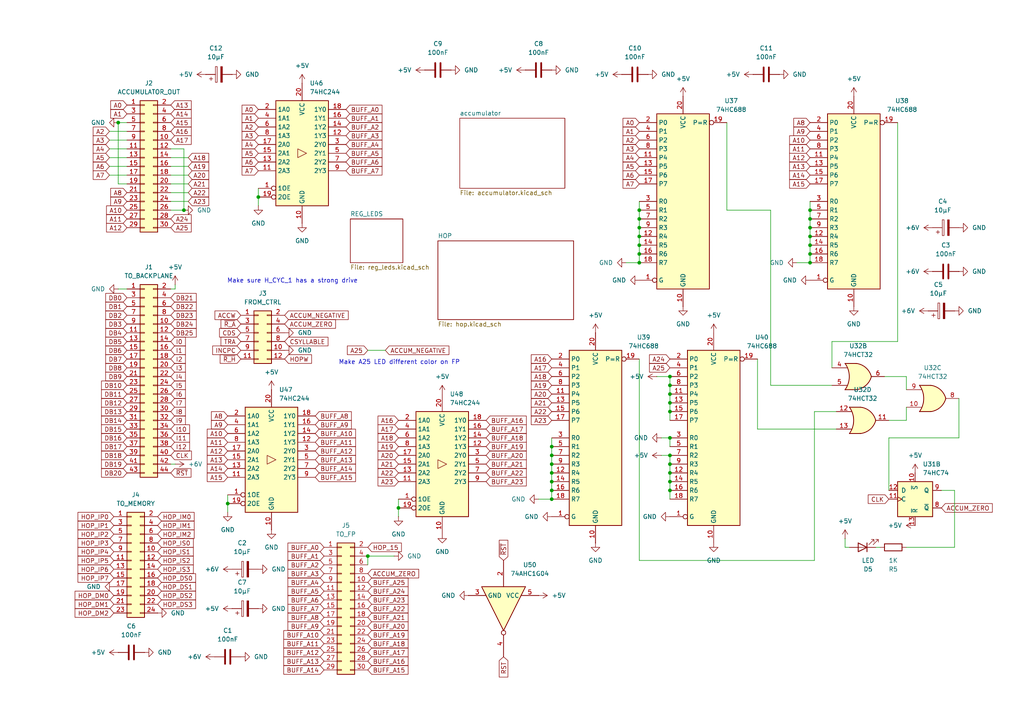
<source format=kicad_sch>
(kicad_sch (version 20250114) (generator "eeschema") (generator_version "9.0")
  (paper "A4")
  (text "Make A25 LED different color on FP" (at 115.824 105.156 0) (effects (font (size 1.27 1.27))))
  (text "Make sure H_CYC_1 has a strong drive" (at 84.836 81.534 0) (effects (font (size 1.27 1.27))))
  (junction (at 185.42 73.66))
  (junction (at 115.57 147.32))
  (junction (at 185.42 63.5))
  (junction (at 234.95 63.5))
  (junction (at 194.31 139.7))
  (junction (at 194.31 137.16))
  (junction (at 106.68 161.29))
  (junction (at 234.95 68.58))
  (junction (at 194.31 142.24))
  (junction (at 160.02 134.62))
  (junction (at 74.93 57.15))
  (junction (at 194.31 127))
  (junction (at 194.31 116.84))
  (junction (at 160.02 142.24))
  (junction (at 160.02 132.08))
  (junction (at 194.31 134.62))
  (junction (at 185.42 76.2))
  (junction (at 234.95 73.66))
  (junction (at 234.95 76.2))
  (junction (at 194.31 132.08))
  (junction (at 194.31 114.3))
  (junction (at 194.31 119.38))
  (junction (at 234.95 60.96))
  (junction (at 194.31 109.22))
  (junction (at 160.02 129.54))
  (junction (at 234.95 66.04))
  (junction (at 34.29 35.56))
  (junction (at 194.31 111.76))
  (junction (at 160.02 137.16))
  (junction (at 185.42 68.58))
  (junction (at 234.95 71.12))
  (junction (at 66.04 146.05))
  (junction (at 185.42 66.04))
  (junction (at 185.42 71.12))
  (junction (at 185.42 60.96))
  (junction (at 53.34 60.96))
  (junction (at 160.02 139.7))
  (junction (at 160.02 144.78))
  (wire (pts (xy 34.29 35.56) (xy 36.83 35.56)))
  (wire (pts (xy 160.02 144.78) (xy 160.02 142.24)))
  (wire (pts (xy 49.53 58.42) (xy 54.61 58.42)))
  (wire (pts (xy 194.31 116.84) (xy 194.31 119.38)))
  (wire (pts (xy 49.53 53.34) (xy 54.61 53.34)))
  (wire (pts (xy 34.29 53.34) (xy 34.29 35.56)))
  (wire (pts (xy 115.57 147.32) (xy 115.57 149.86)))
  (wire (pts (xy 257.81 127) (xy 257.81 142.24)))
  (wire (pts (xy 223.52 60.96) (xy 223.52 111.76)))
  (wire (pts (xy 74.93 57.15) (xy 74.93 59.69)))
  (wire (pts (xy 194.31 111.76) (xy 194.31 114.3)))
  (wire (pts (xy 49.53 55.88) (xy 54.61 55.88)))
  (wire (pts (xy 234.95 76.2) (xy 234.95 73.66)))
  (wire (pts (xy 256.54 109.22) (xy 262.89 109.22)))
  (wire (pts (xy 50.8 83.82) (xy 49.53 83.82)))
  (wire (pts (xy 190.5 109.22) (xy 194.31 109.22)))
  (wire (pts (xy 191.77 127) (xy 194.31 127)))
  (wire (pts (xy 160.02 139.7) (xy 160.02 137.16)))
  (wire (pts (xy 191.77 132.08) (xy 194.31 132.08)))
  (wire (pts (xy 236.22 162.56) (xy 236.22 119.38)))
  (wire (pts (xy 31.75 45.72) (xy 36.83 45.72)))
  (wire (pts (xy 236.22 119.38) (xy 242.57 119.38)))
  (wire (pts (xy 276.86 158.75) (xy 262.89 158.75)))
  (wire (pts (xy 31.75 50.8) (xy 36.83 50.8)))
  (wire (pts (xy 160.02 142.24) (xy 160.02 139.7)))
  (wire (pts (xy 49.53 45.72) (xy 54.61 45.72)))
  (wire (pts (xy 185.42 60.96) (xy 185.42 58.42)))
  (wire (pts (xy 245.11 156.21) (xy 245.11 158.75)))
  (wire (pts (xy 185.42 71.12) (xy 185.42 68.58)))
  (wire (pts (xy 260.35 35.56) (xy 260.35 99.06)))
  (wire (pts (xy 49.53 60.96) (xy 53.34 60.96)))
  (wire (pts (xy 160.02 129.54) (xy 160.02 127)))
  (wire (pts (xy 234.95 63.5) (xy 234.95 60.96)))
  (wire (pts (xy 31.75 38.1) (xy 36.83 38.1)))
  (wire (pts (xy 278.13 127) (xy 257.81 127)))
  (wire (pts (xy 194.31 142.24) (xy 194.31 144.78)))
  (wire (pts (xy 36.83 53.34) (xy 34.29 53.34)))
  (wire (pts (xy 185.42 68.58) (xy 185.42 66.04)))
  (wire (pts (xy 31.75 43.18) (xy 36.83 43.18)))
  (wire (pts (xy 262.89 109.22) (xy 262.89 113.03)))
  (wire (pts (xy 115.57 144.78) (xy 115.57 147.32)))
  (wire (pts (xy 210.82 60.96) (xy 223.52 60.96)))
  (wire (pts (xy 260.35 99.06) (xy 241.3 99.06)))
  (wire (pts (xy 194.31 119.38) (xy 194.31 121.92)))
  (wire (pts (xy 223.52 111.76) (xy 241.3 111.76)))
  (wire (pts (xy 278.13 115.57) (xy 278.13 127)))
  (wire (pts (xy 234.95 73.66) (xy 234.95 71.12)))
  (wire (pts (xy 262.89 121.92) (xy 262.89 118.11)))
  (wire (pts (xy 66.04 143.51) (xy 66.04 146.05)))
  (wire (pts (xy 219.71 124.46) (xy 242.57 124.46)))
  (wire (pts (xy 74.93 54.61) (xy 74.93 57.15)))
  (wire (pts (xy 234.95 66.04) (xy 234.95 63.5)))
  (wire (pts (xy 34.29 83.82) (xy 36.83 83.82)))
  (wire (pts (xy 273.05 142.24) (xy 276.86 142.24)))
  (wire (pts (xy 114.3 161.29) (xy 106.68 161.29)))
  (wire (pts (xy 49.53 134.62) (xy 50.8 134.62)))
  (wire (pts (xy 160.02 137.16) (xy 160.02 134.62)))
  (wire (pts (xy 276.86 142.24) (xy 276.86 158.75)))
  (wire (pts (xy 49.53 43.18) (xy 53.34 43.18)))
  (wire (pts (xy 185.42 73.66) (xy 185.42 71.12)))
  (wire (pts (xy 234.95 60.96) (xy 234.95 58.42)))
  (wire (pts (xy 106.68 161.29) (xy 106.68 163.83)))
  (wire (pts (xy 185.42 76.2) (xy 185.42 73.66)))
  (wire (pts (xy 66.04 146.05) (xy 66.04 148.59)))
  (wire (pts (xy 53.34 43.18) (xy 53.34 60.96)))
  (wire (pts (xy 185.42 104.14) (xy 185.42 162.56)))
  (wire (pts (xy 219.71 104.14) (xy 219.71 124.46)))
  (wire (pts (xy 49.53 50.8) (xy 54.61 50.8)))
  (wire (pts (xy 156.21 144.78) (xy 160.02 144.78)))
  (wire (pts (xy 234.95 71.12) (xy 234.95 68.58)))
  (wire (pts (xy 31.75 40.64) (xy 36.83 40.64)))
  (wire (pts (xy 160.02 134.62) (xy 160.02 132.08)))
  (wire (pts (xy 181.61 76.2) (xy 185.42 76.2)))
  (wire (pts (xy 31.75 48.26) (xy 36.83 48.26)))
  (wire (pts (xy 194.31 134.62) (xy 194.31 137.16)))
  (wire (pts (xy 210.82 35.56) (xy 210.82 60.96)))
  (wire (pts (xy 106.68 101.6) (xy 111.76 101.6)))
  (wire (pts (xy 255.27 158.75) (xy 254 158.75)))
  (wire (pts (xy 194.31 109.22) (xy 194.31 111.76)))
  (wire (pts (xy 257.81 121.92) (xy 262.89 121.92)))
  (wire (pts (xy 50.8 82.55) (xy 50.8 83.82)))
  (wire (pts (xy 245.11 158.75) (xy 246.38 158.75)))
  (wire (pts (xy 194.31 114.3) (xy 194.31 116.84)))
  (wire (pts (xy 194.31 139.7) (xy 194.31 142.24)))
  (wire (pts (xy 194.31 127) (xy 194.31 129.54)))
  (wire (pts (xy 194.31 132.08) (xy 194.31 134.62)))
  (wire (pts (xy 185.42 66.04) (xy 185.42 63.5)))
  (wire (pts (xy 160.02 132.08) (xy 160.02 129.54)))
  (wire (pts (xy 241.3 99.06) (xy 241.3 106.68)))
  (wire (pts (xy 49.53 48.26) (xy 54.61 48.26)))
  (wire (pts (xy 185.42 162.56) (xy 236.22 162.56)))
  (wire (pts (xy 231.14 76.2) (xy 234.95 76.2)))
  (wire (pts (xy 185.42 63.5) (xy 185.42 60.96)))
  (wire (pts (xy 194.31 137.16) (xy 194.31 139.7)))
  (wire (pts (xy 234.95 68.58) (xy 234.95 66.04)))
  (global_label "BUFF_A4" (shape input) (at 93.98 168.91 180) (property "Intersheetrefs" "${INTERSHEET_REFS}" (effects (hide yes))))
  (global_label "BUFF_A2" (shape input) (at 93.98 163.83 180) (property "Intersheetrefs" "${INTERSHEET_REFS}" (effects (hide yes))))
  (global_label "BUFF_A16" (shape input) (at 106.68 191.77 0) (property "Intersheetrefs" "${INTERSHEET_REFS}" (effects (hide yes))))
  (global_label "HOP_IP5" (shape input) (at 33.02 162.56 180) (property "Intersheetrefs" "${INTERSHEET_REFS}" (effects (hide yes))))
  (global_label "A20" (shape input) (at 160.02 114.3 180) (property "Intersheetrefs" "${INTERSHEET_REFS}" (effects (hide yes))))
  (global_label "~{R_H}" (shape input) (at 69.85 104.14 180) (property "Intersheetrefs" "${INTERSHEET_REFS}" (effects (hide yes))))
  (global_label "A25" (shape input) (at 106.68 101.6 180) (property "Intersheetrefs" "${INTERSHEET_REFS}" (effects (hide yes))))
  (global_label "HOP_IS0" (shape input) (at 45.72 157.48 0) (property "Intersheetrefs" "${INTERSHEET_REFS}" (effects (hide yes))))
  (global_label "HOP_IM0" (shape input) (at 45.72 149.86 0) (property "Intersheetrefs" "${INTERSHEET_REFS}" (effects (hide yes))))
  (global_label "HOP_DS2" (shape input) (at 45.72 172.72 0) (property "Intersheetrefs" "${INTERSHEET_REFS}" (effects (hide yes))))
  (global_label "BUFF_A19" (shape input) (at 140.97 129.54 0) (property "Intersheetrefs" "${INTERSHEET_REFS}" (effects (hide yes))))
  (global_label "I1" (shape input) (at 49.53 101.6 0) (property "Intersheetrefs" "${INTERSHEET_REFS}" (effects (hide yes))))
  (global_label "HOP_IM1" (shape input) (at 45.72 152.4 0) (property "Intersheetrefs" "${INTERSHEET_REFS}" (effects (hide yes))))
  (global_label "A2" (shape input) (at 185.42 40.64 180) (property "Intersheetrefs" "${INTERSHEET_REFS}" (effects (hide yes))))
  (global_label "BUFF_A19" (shape input) (at 106.68 184.15 0) (property "Intersheetrefs" "${INTERSHEET_REFS}" (effects (hide yes))))
  (global_label "HOPW" (shape input) (at 82.55 104.14 0) (property "Intersheetrefs" "${INTERSHEET_REFS}" (effects (hide yes))))
  (global_label "A12" (shape input) (at 234.95 45.72 180) (property "Intersheetrefs" "${INTERSHEET_REFS}" (effects (hide yes))))
  (global_label "HOP_DS0" (shape input) (at 45.72 167.64 0) (property "Intersheetrefs" "${INTERSHEET_REFS}" (effects (hide yes))))
  (global_label "A9" (shape input) (at 36.83 58.42 180) (property "Intersheetrefs" "${INTERSHEET_REFS}" (effects (hide yes))))
  (global_label "A1" (shape input) (at 185.42 38.1 180) (property "Intersheetrefs" "${INTERSHEET_REFS}" (effects (hide yes))))
  (global_label "A22" (shape input) (at 54.61 55.88 0) (property "Intersheetrefs" "${INTERSHEET_REFS}" (effects (hide yes))))
  (global_label "A15" (shape input) (at 49.53 35.56 0) (property "Intersheetrefs" "${INTERSHEET_REFS}" (effects (hide yes))))
  (global_label "HOP_IP6" (shape input) (at 33.02 165.1 180) (property "Intersheetrefs" "${INTERSHEET_REFS}" (effects (hide yes))))
  (global_label "BUFF_A14" (shape input) (at 91.44 135.89 0) (property "Intersheetrefs" "${INTERSHEET_REFS}" (effects (hide yes))))
  (global_label "CSYLLABLE" (shape input) (at 82.55 99.06 0) (property "Intersheetrefs" "${INTERSHEET_REFS}" (effects (hide yes))))
  (global_label "A2" (shape input) (at 31.75 38.1 180) (property "Intersheetrefs" "${INTERSHEET_REFS}" (effects (hide yes))))
  (global_label "A18" (shape input) (at 54.61 45.72 0) (property "Intersheetrefs" "${INTERSHEET_REFS}" (effects (hide yes))))
  (global_label "A19" (shape input) (at 54.61 48.26 0) (property "Intersheetrefs" "${INTERSHEET_REFS}" (effects (hide yes))))
  (global_label "A1" (shape input) (at 74.93 34.29 180) (property "Intersheetrefs" "${INTERSHEET_REFS}" (effects (hide yes))))
  (global_label "CDS" (shape input) (at 69.85 96.52 180) (property "Intersheetrefs" "${INTERSHEET_REFS}" (effects (hide yes))))
  (global_label "A24" (shape input) (at 194.31 104.14 180) (property "Intersheetrefs" "${INTERSHEET_REFS}" (effects (hide yes))))
  (global_label "ACCUM_ZERO" (shape input) (at 273.05 147.32 0) (property "Intersheetrefs" "${INTERSHEET_REFS}" (effects (hide yes))))
  (global_label "BUFF_A15" (shape input) (at 106.68 194.31 0) (property "Intersheetrefs" "${INTERSHEET_REFS}" (effects (hide yes))))
  (global_label "BUFF_A2" (shape input) (at 100.33 36.83 0) (property "Intersheetrefs" "${INTERSHEET_REFS}" (effects (hide yes))))
  (global_label "BUFF_A20" (shape input) (at 140.97 132.08 0) (property "Intersheetrefs" "${INTERSHEET_REFS}" (effects (hide yes))))
  (global_label "A4" (shape input) (at 31.75 43.18 180) (property "Intersheetrefs" "${INTERSHEET_REFS}" (effects (hide yes))))
  (global_label "RST" (shape input) (at 146.05 190.5 270) (property "Intersheetrefs" "${INTERSHEET_REFS}" (effects (hide yes))))
  (global_label "DB7" (shape input) (at 36.83 104.14 180) (property "Intersheetrefs" "${INTERSHEET_REFS}" (effects (hide yes))))
  (global_label "BUFF_A22" (shape input) (at 106.68 176.53 0) (property "Intersheetrefs" "${INTERSHEET_REFS}" (effects (hide yes))))
  (global_label "A23" (shape input) (at 160.02 121.92 180) (property "Intersheetrefs" "${INTERSHEET_REFS}" (effects (hide yes))))
  (global_label "A11" (shape input) (at 66.04 128.27 180) (property "Intersheetrefs" "${INTERSHEET_REFS}" (effects (hide yes))))
  (global_label "DB23" (shape input) (at 49.53 91.44 0) (property "Intersheetrefs" "${INTERSHEET_REFS}" (effects (hide yes))))
  (global_label "DB1" (shape input) (at 36.83 88.9 180) (property "Intersheetrefs" "${INTERSHEET_REFS}" (effects (hide yes))))
  (global_label "A16" (shape input) (at 115.57 121.92 180) (property "Intersheetrefs" "${INTERSHEET_REFS}" (effects (hide yes))))
  (global_label "BUFF_A8" (shape input) (at 93.98 179.07 180) (property "Intersheetrefs" "${INTERSHEET_REFS}" (effects (hide yes))))
  (global_label "A13" (shape input) (at 234.95 48.26 180) (property "Intersheetrefs" "${INTERSHEET_REFS}" (effects (hide yes))))
  (global_label "BUFF_A5" (shape input) (at 100.33 44.45 0) (property "Intersheetrefs" "${INTERSHEET_REFS}" (effects (hide yes))))
  (global_label "DB10" (shape input) (at 36.83 111.76 180) (property "Intersheetrefs" "${INTERSHEET_REFS}" (effects (hide yes))))
  (global_label "DB8" (shape input) (at 36.83 106.68 180) (property "Intersheetrefs" "${INTERSHEET_REFS}" (effects (hide yes))))
  (global_label "BUFF_A24" (shape input) (at 106.68 171.45 0) (property "Intersheetrefs" "${INTERSHEET_REFS}" (effects (hide yes))))
  (global_label "DB11" (shape input) (at 36.83 114.3 180) (property "Intersheetrefs" "${INTERSHEET_REFS}" (effects (hide yes))))
  (global_label "A9" (shape input) (at 66.04 123.19 180) (property "Intersheetrefs" "${INTERSHEET_REFS}" (effects (hide yes))))
  (global_label "BUFF_A22" (shape input) (at 140.97 137.16 0) (property "Intersheetrefs" "${INTERSHEET_REFS}" (effects (hide yes))))
  (global_label "DB19" (shape input) (at 36.83 134.62 180) (property "Intersheetrefs" "${INTERSHEET_REFS}" (effects (hide yes))))
  (global_label "A4" (shape input) (at 74.93 41.91 180) (property "Intersheetrefs" "${INTERSHEET_REFS}" (effects (hide yes))))
  (global_label "BUFF_A20" (shape input) (at 106.68 181.61 0) (property "Intersheetrefs" "${INTERSHEET_REFS}" (effects (hide yes))))
  (global_label "A8" (shape input) (at 234.95 35.56 180) (property "Intersheetrefs" "${INTERSHEET_REFS}" (effects (hide yes))))
  (global_label "DB15" (shape input) (at 36.83 124.46 180) (property "Intersheetrefs" "${INTERSHEET_REFS}" (effects (hide yes))))
  (global_label "BUFF_A10" (shape input) (at 93.98 184.15 180) (property "Intersheetrefs" "${INTERSHEET_REFS}" (effects (hide yes))))
  (global_label "I7" (shape input) (at 49.53 116.84 0) (property "Intersheetrefs" "${INTERSHEET_REFS}" (effects (hide yes))))
  (global_label "DB2" (shape input) (at 36.83 91.44 180) (property "Intersheetrefs" "${INTERSHEET_REFS}" (effects (hide yes))))
  (global_label "A10" (shape input) (at 66.04 125.73 180) (property "Intersheetrefs" "${INTERSHEET_REFS}" (effects (hide yes))))
  (global_label "BUFF_A14" (shape input) (at 93.98 194.31 180) (property "Intersheetrefs" "${INTERSHEET_REFS}" (effects (hide yes))))
  (global_label "BUFF_A6" (shape input) (at 100.33 46.99 0) (property "Intersheetrefs" "${INTERSHEET_REFS}" (effects (hide yes))))
  (global_label "HOP_15" (shape input) (at 106.68 158.75 0) (property "Intersheetrefs" "${INTERSHEET_REFS}" (effects (hide yes))))
  (global_label "A11" (shape input) (at 234.95 43.18 180) (property "Intersheetrefs" "${INTERSHEET_REFS}" (effects (hide yes))))
  (global_label "DB20" (shape input) (at 36.83 137.16 180) (property "Intersheetrefs" "${INTERSHEET_REFS}" (effects (hide yes))))
  (global_label "A19" (shape input) (at 160.02 111.76 180) (property "Intersheetrefs" "${INTERSHEET_REFS}" (effects (hide yes))))
  (global_label "~{RST}" (shape input) (at 146.05 162.56 90) (property "Intersheetrefs" "${INTERSHEET_REFS}" (effects (hide yes))))
  (global_label "A10" (shape input) (at 36.83 60.96 180) (property "Intersheetrefs" "${INTERSHEET_REFS}" (effects (hide yes))))
  (global_label "BUFF_A11" (shape input) (at 91.44 128.27 0) (property "Intersheetrefs" "${INTERSHEET_REFS}" (effects (hide yes))))
  (global_label "BUFF_A17" (shape input) (at 106.68 189.23 0) (property "Intersheetrefs" "${INTERSHEET_REFS}" (effects (hide yes))))
  (global_label "I10" (shape input) (at 49.53 124.46 0) (property "Intersheetrefs" "${INTERSHEET_REFS}" (effects (hide yes))))
  (global_label "ACCUM_NEGATIVE" (shape input) (at 82.55 91.44 0) (property "Intersheetrefs" "${INTERSHEET_REFS}" (effects (hide yes))))
  (global_label "A4" (shape input) (at 185.42 45.72 180) (property "Intersheetrefs" "${INTERSHEET_REFS}" (effects (hide yes))))
  (global_label "BUFF_A8" (shape input) (at 91.44 120.65 0) (property "Intersheetrefs" "${INTERSHEET_REFS}" (effects (hide yes))))
  (global_label "A16" (shape input) (at 160.02 104.14 180) (property "Intersheetrefs" "${INTERSHEET_REFS}" (effects (hide yes))))
  (global_label "I6" (shape input) (at 49.53 114.3 0) (property "Intersheetrefs" "${INTERSHEET_REFS}" (effects (hide yes))))
  (global_label "BUFF_A0" (shape input) (at 100.33 31.75 0) (property "Intersheetrefs" "${INTERSHEET_REFS}" (effects (hide yes))))
  (global_label "BUFF_A1" (shape input) (at 93.98 161.29 180) (property "Intersheetrefs" "${INTERSHEET_REFS}" (effects (hide yes))))
  (global_label "HOP_DM1" (shape input) (at 33.02 175.26 180) (property "Intersheetrefs" "${INTERSHEET_REFS}" (effects (hide yes))))
  (global_label "HOP_DM2" (shape input) (at 33.02 177.8 180) (property "Intersheetrefs" "${INTERSHEET_REFS}" (effects (hide yes))))
  (global_label "A14" (shape input) (at 66.04 135.89 180) (property "Intersheetrefs" "${INTERSHEET_REFS}" (effects (hide yes))))
  (global_label "INCPC" (shape input) (at 69.85 101.6 180) (property "Intersheetrefs" "${INTERSHEET_REFS}" (effects (hide yes))))
  (global_label "HOP_DS1" (shape input) (at 45.72 170.18 0) (property "Intersheetrefs" "${INTERSHEET_REFS}" (effects (hide yes))))
  (global_label "A21" (shape input) (at 115.57 134.62 180) (property "Intersheetrefs" "${INTERSHEET_REFS}" (effects (hide yes))))
  (global_label "A0" (shape input) (at 74.93 31.75 180) (property "Intersheetrefs" "${INTERSHEET_REFS}" (effects (hide yes))))
  (global_label "A21" (shape input) (at 160.02 116.84 180) (property "Intersheetrefs" "${INTERSHEET_REFS}" (effects (hide yes))))
  (global_label "A19" (shape input) (at 115.57 129.54 180) (property "Intersheetrefs" "${INTERSHEET_REFS}" (effects (hide yes))))
  (global_label "A13" (shape input) (at 49.53 30.48 0) (property "Intersheetrefs" "${INTERSHEET_REFS}" (effects (hide yes))))
  (global_label "I3" (shape input) (at 49.53 106.68 0) (property "Intersheetrefs" "${INTERSHEET_REFS}" (effects (hide yes))))
  (global_label "A17" (shape input) (at 49.53 40.64 0) (property "Intersheetrefs" "${INTERSHEET_REFS}" (effects (hide yes))))
  (global_label "I0" (shape input) (at 49.53 99.06 0) (property "Intersheetrefs" "${INTERSHEET_REFS}" (effects (hide yes))))
  (global_label "BUFF_A17" (shape input) (at 140.97 124.46 0) (property "Intersheetrefs" "${INTERSHEET_REFS}" (effects (hide yes))))
  (global_label "I12" (shape input) (at 49.53 129.54 0) (property "Intersheetrefs" "${INTERSHEET_REFS}" (effects (hide yes))))
  (global_label "A25" (shape input) (at 194.31 106.68 180) (property "Intersheetrefs" "${INTERSHEET_REFS}" (effects (hide yes))))
  (global_label "A2" (shape input) (at 74.93 36.83 180) (property "Intersheetrefs" "${INTERSHEET_REFS}" (effects (hide yes))))
  (global_label "I9" (shape input) (at 49.53 121.92 0) (property "Intersheetrefs" "${INTERSHEET_REFS}" (effects (hide yes))))
  (global_label "DB25" (shape input) (at 49.53 96.52 0) (property "Intersheetrefs" "${INTERSHEET_REFS}" (effects (hide yes))))
  (global_label "A7" (shape input) (at 185.42 53.34 180) (property "Intersheetrefs" "${INTERSHEET_REFS}" (effects (hide yes))))
  (global_label "A12" (shape input) (at 36.83 66.04 180) (property "Intersheetrefs" "${INTERSHEET_REFS}" (effects (hide yes))))
  (global_label "~{RST}" (shape input) (at 49.53 137.16 0) (property "Intersheetrefs" "${INTERSHEET_REFS}" (effects (hide yes))))
  (global_label "I5" (shape input) (at 49.53 111.76 0) (property "Intersheetrefs" "${INTERSHEET_REFS}" (effects (hide yes))))
  (global_label "A13" (shape input) (at 66.04 133.35 180) (property "Intersheetrefs" "${INTERSHEET_REFS}" (effects (hide yes))))
  (global_label "~{R_A}" (shape input) (at 69.85 93.98 180) (property "Intersheetrefs" "${INTERSHEET_REFS}" (effects (hide yes))))
  (global_label "A18" (shape input) (at 160.02 109.22 180) (property "Intersheetrefs" "${INTERSHEET_REFS}" (effects (hide yes))))
  (global_label "A11" (shape input) (at 36.83 63.5 180) (property "Intersheetrefs" "${INTERSHEET_REFS}" (effects (hide yes))))
  (global_label "BUFF_A4" (shape input) (at 100.33 41.91 0) (property "Intersheetrefs" "${INTERSHEET_REFS}" (effects (hide yes))))
  (global_label "BUFF_A9" (shape input) (at 91.44 123.19 0) (property "Intersheetrefs" "${INTERSHEET_REFS}" (effects (hide yes))))
  (global_label "A9" (shape input) (at 234.95 38.1 180) (property "Intersheetrefs" "${INTERSHEET_REFS}" (effects (hide yes))))
  (global_label "HOP_IP2" (shape input) (at 33.02 154.94 180) (property "Intersheetrefs" "${INTERSHEET_REFS}" (effects (hide yes))))
  (global_label "BUFF_A10" (shape input) (at 91.44 125.73 0) (property "Intersheetrefs" "${INTERSHEET_REFS}" (effects (hide yes))))
  (global_label "A15" (shape input) (at 66.04 138.43 180) (property "Intersheetrefs" "${INTERSHEET_REFS}" (effects (hide yes))))
  (global_label "HOP_IP4" (shape input) (at 33.02 160.02 180) (property "Intersheetrefs" "${INTERSHEET_REFS}" (effects (hide yes))))
  (global_label "A20" (shape input) (at 54.61 50.8 0) (property "Intersheetrefs" "${INTERSHEET_REFS}" (effects (hide yes))))
  (global_label "ACCUM_NEGATIVE" (shape input) (at 111.76 101.6 0) (property "Intersheetrefs" "${INTERSHEET_REFS}" (effects (hide yes))))
  (global_label "DB18" (shape input) (at 36.83 132.08 180) (property "Intersheetrefs" "${INTERSHEET_REFS}" (effects (hide yes))))
  (global_label "TRA" (shape input) (at 69.85 99.06 180) (property "Intersheetrefs" "${INTERSHEET_REFS}" (effects (hide yes))))
  (global_label "BUFF_A25" (shape input) (at 106.68 168.91 0) (property "Intersheetrefs" "${INTERSHEET_REFS}" (effects (hide yes))))
  (global_label "HOP_IP1" (shape input) (at 33.02 152.4 180) (property "Intersheetrefs" "${INTERSHEET_REFS}" (effects (hide yes))))
  (global_label "A16" (shape input) (at 49.53 38.1 0) (property "Intersheetrefs" "${INTERSHEET_REFS}" (effects (hide yes))))
  (global_label "A18" (shape input) (at 115.57 127 180) (property "Intersheetrefs" "${INTERSHEET_REFS}" (effects (hide yes))))
  (global_label "I8" (shape input) (at 49.53 119.38 0) (property "Intersheetrefs" "${INTERSHEET_REFS}" (effects (hide yes))))
  (global_label "A23" (shape input) (at 115.57 139.7 180) (property "Intersheetrefs" "${INTERSHEET_REFS}" (effects (hide yes))))
  (global_label "A14" (shape input) (at 49.53 33.02 0) (property "Intersheetrefs" "${INTERSHEET_REFS}" (effects (hide yes))))
  (global_label "A0" (shape input) (at 36.83 30.48 180) (property "Intersheetrefs" "${INTERSHEET_REFS}" (effects (hide yes))))
  (global_label "A10" (shape input) (at 234.95 40.64 180) (property "Intersheetrefs" "${INTERSHEET_REFS}" (effects (hide yes))))
  (global_label "BUFF_A3" (shape input) (at 100.33 39.37 0) (property "Intersheetrefs" "${INTERSHEET_REFS}" (effects (hide yes))))
  (global_label "A6" (shape input) (at 74.93 46.99 180) (property "Intersheetrefs" "${INTERSHEET_REFS}" (effects (hide yes))))
  (global_label "A22" (shape input) (at 160.02 119.38 180) (property "Intersheetrefs" "${INTERSHEET_REFS}" (effects (hide yes))))
  (global_label "HOP_DS3" (shape input) (at 45.72 175.26 0) (property "Intersheetrefs" "${INTERSHEET_REFS}" (effects (hide yes))))
  (global_label "A6" (shape input) (at 31.75 48.26 180) (property "Intersheetrefs" "${INTERSHEET_REFS}" (effects (hide yes))))
  (global_label "A0" (shape input) (at 185.42 35.56 180) (property "Intersheetrefs" "${INTERSHEET_REFS}" (effects (hide yes))))
  (global_label "HOP_IS1" (shape input) (at 45.72 160.02 0) (property "Intersheetrefs" "${INTERSHEET_REFS}" (effects (hide yes))))
  (global_label "I2" (shape input) (at 49.53 104.14 0) (property "Intersheetrefs" "${INTERSHEET_REFS}" (effects (hide yes))))
  (global_label "A25" (shape input) (at 49.53 66.04 0) (property "Intersheetrefs" "${INTERSHEET_REFS}" (effects (hide yes))))
  (global_label "DB3" (shape input) (at 36.83 93.98 180) (property "Intersheetrefs" "${INTERSHEET_REFS}" (effects (hide yes))))
  (global_label "A14" (shape input) (at 234.95 50.8 180) (property "Intersheetrefs" "${INTERSHEET_REFS}" (effects (hide yes))))
  (global_label "DB9" (shape input) (at 36.83 109.22 180) (property "Intersheetrefs" "${INTERSHEET_REFS}" (effects (hide yes))))
  (global_label "HOP_IM2" (shape input) (at 45.72 154.94 0) (property "Intersheetrefs" "${INTERSHEET_REFS}" (effects (hide yes))))
  (global_label "I4" (shape input) (at 49.53 109.22 0) (property "Intersheetrefs" "${INTERSHEET_REFS}" (effects (hide yes))))
  (global_label "DB17" (shape input) (at 36.83 129.54 180) (property "Intersheetrefs" "${INTERSHEET_REFS}" (effects (hide yes))))
  (global_label "DB16" (shape input) (at 36.83 127 180) (property "Intersheetrefs" "${INTERSHEET_REFS}" (effects (hide yes))))
  (global_label "DB12" (shape input) (at 36.83 116.84 180) (property "Intersheetrefs" "${INTERSHEET_REFS}" (effects (hide yes))))
  (global_label "BUFF_A7" (shape input) (at 100.33 49.53 0) (property "Intersheetrefs" "${INTERSHEET_REFS}" (effects (hide yes))))
  (global_label "A24" (shape input) (at 49.53 63.5 0) (property "Intersheetrefs" "${INTERSHEET_REFS}" (effects (hide yes))))
  (global_label "BUFF_A12" (shape input) (at 93.98 189.23 180) (property "Intersheetrefs" "${INTERSHEET_REFS}" (effects (hide yes))))
  (global_label "DB14" (shape input) (at 36.83 121.92 180) (property "Intersheetrefs" "${INTERSHEET_REFS}" (effects (hide yes))))
  (global_label "BUFF_A3" (shape input) (at 93.98 166.37 180) (property "Intersheetrefs" "${INTERSHEET_REFS}" (effects (hide yes))))
  (global_label "BUFF_A0" (shape input) (at 93.98 158.75 180) (property "Intersheetrefs" "${INTERSHEET_REFS}" (effects (hide yes))))
  (global_label "DB22" (shape input) (at 49.53 88.9 0) (property "Intersheetrefs" "${INTERSHEET_REFS}" (effects (hide yes))))
  (global_label "A5" (shape input) (at 185.42 48.26 180) (property "Intersheetrefs" "${INTERSHEET_REFS}" (effects (hide yes))))
  (global_label "BUFF_A16" (shape input) (at 140.97 121.92 0) (property "Intersheetrefs" "${INTERSHEET_REFS}" (effects (hide yes))))
  (global_label "A22" (shape input) (at 115.57 137.16 180) (property "Intersheetrefs" "${INTERSHEET_REFS}" (effects (hide yes))))
  (global_label "HOP_IS2" (shape input) (at 45.72 162.56 0) (property "Intersheetrefs" "${INTERSHEET_REFS}" (effects (hide yes))))
  (global_label "HOP_IP7" (shape input) (at 33.02 167.64 180) (property "Intersheetrefs" "${INTERSHEET_REFS}" (effects (hide yes))))
  (global_label "A20" (shape input) (at 115.57 132.08 180) (property "Intersheetrefs" "${INTERSHEET_REFS}" (effects (hide yes))))
  (global_label "CLK" (shape input) (at 49.53 132.08 0) (property "Intersheetrefs" "${INTERSHEET_REFS}" (effects (hide yes))))
  (global_label "BUFF_A5" (shape input) (at 93.98 171.45 180) (property "Intersheetrefs" "${INTERSHEET_REFS}" (effects (hide yes))))
  (global_label "DB21" (shape input) (at 49.53 86.36 0) (property "Intersheetrefs" "${INTERSHEET_REFS}" (effects (hide yes))))
  (global_label "A17" (shape input) (at 115.57 124.46 180) (property "Intersheetrefs" "${INTERSHEET_REFS}" (effects (hide yes))))
  (global_label "A5" (shape input) (at 74.93 44.45 180) (property "Intersheetrefs" "${INTERSHEET_REFS}" (effects (hide yes))))
  (global_label "BUFF_A21" (shape input) (at 106.68 179.07 0) (property "Intersheetrefs" "${INTERSHEET_REFS}" (effects (hide yes))))
  (global_label "A8" (shape input) (at 36.83 55.88 180) (property "Intersheetrefs" "${INTERSHEET_REFS}" (effects (hide yes))))
  (global_label "A3" (shape input) (at 31.75 40.64 180) (property "Intersheetrefs" "${INTERSHEET_REFS}" (effects (hide yes))))
  (global_label "BUFF_A23" (shape input) (at 140.97 139.7 0) (property "Intersheetrefs" "${INTERSHEET_REFS}" (effects (hide yes))))
  (global_label "BUFF_A6" (shape input) (at 93.98 173.99 180) (property "Intersheetrefs" "${INTERSHEET_REFS}" (effects (hide yes))))
  (global_label "DB13" (shape input) (at 36.83 119.38 180) (property "Intersheetrefs" "${INTERSHEET_REFS}" (effects (hide yes))))
  (global_label "A21" (shape input) (at 54.61 53.34 0) (property "Intersheetrefs" "${INTERSHEET_REFS}" (effects (hide yes))))
  (global_label "CLK" (shape input) (at 257.81 144.78 180) (property "Intersheetrefs" "${INTERSHEET_REFS}" (effects (hide yes))))
  (global_label "BUFF_A13" (shape input) (at 91.44 133.35 0) (property "Intersheetrefs" "${INTERSHEET_REFS}" (effects (hide yes))))
  (global_label "DB6" (shape input) (at 36.83 101.6 180) (property "Intersheetrefs" "${INTERSHEET_REFS}" (effects (hide yes))))
  (global_label "A5" (shape input) (at 31.75 45.72 180) (property "Intersheetrefs" "${INTERSHEET_REFS}" (effects (hide yes))))
  (global_label "HOP_DM0" (shape input) (at 33.02 172.72 180) (property "Intersheetrefs" "${INTERSHEET_REFS}" (effects (hide yes))))
  (global_label "A1" (shape input) (at 36.83 33.02 180) (property "Intersheetrefs" "${INTERSHEET_REFS}" (effects (hide yes))))
  (global_label "A7" (shape input) (at 31.75 50.8 180) (property "Intersheetrefs" "${INTERSHEET_REFS}" (effects (hide yes))))
  (global_label "BUFF_A7" (shape input) (at 93.98 176.53 180) (property "Intersheetrefs" "${INTERSHEET_REFS}" (effects (hide yes))))
  (global_label "A8" (shape input) (at 66.04 120.65 180) (property "Intersheetrefs" "${INTERSHEET_REFS}" (effects (hide yes))))
  (global_label "DB0" (shape input) (at 36.83 86.36 180) (property "Intersheetrefs" "${INTERSHEET_REFS}" (effects (hide yes))))
  (global_label "BUFF_A12" (shape input) (at 91.44 130.81 0) (property "Intersheetrefs" "${INTERSHEET_REFS}" (effects (hide yes))))
  (global_label "A3" (shape input) (at 185.42 43.18 180) (property "Intersheetrefs" "${INTERSHEET_REFS}" (effects (hide yes))))
  (global_label "A17" (shape input) (at 160.02 106.68 180) (property "Intersheetrefs" "${INTERSHEET_REFS}" (effects (hide yes))))
  (global_label "A23" (shape input) (at 54.61 58.42 0) (property "Intersheetrefs" "${INTERSHEET_REFS}" (effects (hide yes))))
  (global_label "BUFF_A13" (shape input) (at 93.98 191.77 180) (property "Intersheetrefs" "${INTERSHEET_REFS}" (effects (hide yes))))
  (global_label "I11" (shape input) (at 49.53 127 0) (property "Intersheetrefs" "${INTERSHEET_REFS}" (effects (hide yes))))
  (global_label "A6" (shape input) (at 185.42 50.8 180) (property "Intersheetrefs" "${INTERSHEET_REFS}" (effects (hide yes))))
  (global_label "A3" (shape input) (at 74.93 39.37 180) (property "Intersheetrefs" "${INTERSHEET_REFS}" (effects (hide yes))))
  (global_label "BUFF_A15" (shape input) (at 91.44 138.43 0) (property "Intersheetrefs" "${INTERSHEET_REFS}" (effects (hide yes))))
  (global_label "BUFF_A1" (shape input) (at 100.33 34.29 0) (property "Intersheetrefs" "${INTERSHEET_REFS}" (effects (hide yes))))
  (global_label "DB5" (shape input) (at 36.83 99.06 180) (property "Intersheetrefs" "${INTERSHEET_REFS}" (effects (hide yes))))
  (global_label "HOP_IP0" (shape input) (at 33.02 149.86 180) (property "Intersheetrefs" "${INTERSHEET_REFS}" (effects (hide yes))))
  (global_label "BUFF_A23" (shape input) (at 106.68 173.99 0) (property "Intersheetrefs" "${INTERSHEET_REFS}" (effects (hide yes))))
  (global_label "DB24" (shape input) (at 49.53 93.98 0) (property "Intersheetrefs" "${INTERSHEET_REFS}" (effects (hide yes))))
  (global_label "ACCUM_ZERO" (shape input) (at 82.55 93.98 0) (property "Intersheetrefs" "${INTERSHEET_REFS}" (effects (hide yes))))
  (global_label "A15" (shape input) (at 234.95 53.34 180) (property "Intersheetrefs" "${INTERSHEET_REFS}" (effects (hide yes))))
  (global_label "BUFF_A18" (shape input) (at 140.97 127 0) (property "Intersheetrefs" "${INTERSHEET_REFS}" (effects (hide yes))))
  (global_label "BUFF_A18" (shape input) (at 106.68 186.69 0) (property "Intersheetrefs" "${INTERSHEET_REFS}" (effects (hide yes))))
  (global_label "HOP_IS3" (shape input) (at 45.72 165.1 0) (property "Intersheetrefs" "${INTERSHEET_REFS}" (effects (hide yes))))
  (global_label "DB4" (shape input) (at 36.83 96.52 180) (property "Intersheetrefs" "${INTERSHEET_REFS}" (effects (hide yes))))
  (global_label "ACCUM_ZERO" (shape input) (at 106.68 166.37 0) (property "Intersheetrefs" "${INTERSHEET_REFS}" (effects (hide yes))))
  (global_label "ACCW" (shape input) (at 69.85 91.44 180) (property "Intersheetrefs" "${INTERSHEET_REFS}" (effects (hide yes))))
  (global_label "BUFF_A21" (shape input) (at 140.97 134.62 0) (property "Intersheetrefs" "${INTERSHEET_REFS}" (effects (hide yes))))
  (global_label "HOP_IP3" (shape input) (at 33.02 157.48 180) (property "Intersheetrefs" "${INTERSHEET_REFS}" (effects (hide yes))))
  (global_label "A7" (shape input) (at 74.93 49.53 180) (property "Intersheetrefs" "${INTERSHEET_REFS}" (effects (hide yes))))
  (global_label "BUFF_A9" (shape input) (at 93.98 181.61 180) (property "Intersheetrefs" "${INTERSHEET_REFS}" (effects (hide yes))))
  (global_label "A12" (shape input) (at 66.04 130.81 180) (property "Intersheetrefs" "${INTERSHEET_REFS}" (effects (hide yes))))
  (global_label "BUFF_A11" (shape input) (at 93.98 186.69 180) (property "Intersheetrefs" "${INTERSHEET_REFS}" (effects (hide yes))))
  (symbol (lib_id "power:+5V") (at 34.29 189.23 90) (unit 1)
    (property "Reference" "#PWR0186" (effects (hide yes)))
    (property "Value" "+5V" (at 30.48 189.2299 90) (effects (justify left)))
    (property "Description" "Power symbol creates a global label with name \"+5V\"" (effects (hide yes)))
  )
  (symbol (lib_id "power:GND") (at 115.57 149.86 0) (unit 1)
    (property "Reference" "#PWR0164" (effects (hide yes)))
    (property "Value" "GND" (at 115.57 154.94 0))
    (property "Description" "Power symbol creates a global label with name \"GND\" , ground" (effects (hide yes)))
  )
  (symbol (lib_id "Device:C_Polarized") (at 63.5 21.59 90) (unit 1)
    (property "Reference" "C12" (at 62.611 13.97 90))
    (property "Value" "10µF" (at 62.611 16.51 90))
    (property "Footprint" "Capacitor_THT:CP_Radial_D4.0mm_P2.00mm" (effects (hide yes)))
    (property "Description" "Polarized capacitor" (effects (hide yes)))
  )
  (symbol (lib_id "power:GND") (at 194.31 149.86 270) (unit 1)
    (property "Reference" "#PWR0130" (effects (hide yes)))
    (property "Value" "GND" (at 190.5 149.8599 90) (effects (justify right)))
    (property "Description" "Power symbol creates a global label with name \"GND\" , ground" (effects (hide yes)))
  )
  (symbol (lib_id "power:GND") (at 87.63 64.77 0) (unit 1)
    (property "Reference" "#PWR0159" (effects (hide yes)))
    (property "Value" "GND" (at 87.63 69.85 0))
    (property "Description" "Power symbol creates a global label with name \"GND\" , ground" (effects (hide yes)))
  )
  (symbol (lib_id "power:GND") (at 66.04 148.59 0) (unit 1)
    (property "Reference" "#PWR0161" (effects (hide yes)))
    (property "Value" "GND" (at 66.04 153.67 0))
    (property "Description" "Power symbol creates a global label with name \"GND\" , ground" (effects (hide yes)))
  )
  (symbol (lib_id "power:+5V") (at 180.34 21.59 90) (unit 1)
    (property "Reference" "#PWR0194" (effects (hide yes)))
    (property "Value" "+5V" (at 176.53 21.5899 90) (effects (justify left)))
    (property "Description" "Power symbol creates a global label with name \"+5V\"" (effects (hide yes)))
  )
  (symbol (lib_id "74xx:74LS32") (at 250.19 121.92 0) (unit 4)
    (property "Reference" "U32" (at 250.19 113.03 0))
    (property "Value" "74HCT32" (at 250.19 115.57 0))
    (property "Footprint" "Package_SO:SO-14_3.9x8.65mm_P1.27mm" (effects (hide yes)))
    (property "Datasheet" "http://www.ti.com/lit/gpn/sn74LS32" (effects (hide yes)))
    (property "Description" "Quad 2-input OR" (effects (hide yes)))
    (property "VerilogCode" "ttl_74hct32 U32(_1, _2, _3, _4, _5, _6, _9, _10, _8, _12, _13, _11);" (effects (hide yes)))
  )
  (symbol (lib_id "power:GND") (at 156.21 144.78 270) (unit 1)
    (property "Reference" "#PWR0124" (effects (hide yes)))
    (property "Value" "GND" (at 152.4 144.7799 90) (effects (justify right)))
    (property "Description" "Power symbol creates a global label with name \"GND\" , ground" (effects (hide yes)))
  )
  (symbol (lib_id "Device:C_Polarized") (at 273.05 90.17 90) (unit 1)
    (property "Reference" "C5" (at 272.161 82.55 90))
    (property "Value" "10µF" (at 272.161 85.09 90))
    (property "Footprint" "Capacitor_THT:CP_Radial_D4.0mm_P2.00mm" (effects (hide yes)))
    (property "Description" "Polarized capacitor" (effects (hide yes)))
  )
  (symbol (lib_id "power:GND") (at 130.81 20.32 90) (unit 1)
    (property "Reference" "#PWR0193" (effects (hide yes)))
    (property "Value" "GND" (at 134.62 20.3199 90) (effects (justify right)))
    (property "Description" "Power symbol creates a global label with name \"GND\" , ground" (effects (hide yes)))
  )
  (symbol (lib_id "Connector_Generic:Conn_02x22_Odd_Even") (at 41.91 109.22 0) (unit 1)
    (property "Reference" "J1" (at 43.18 77.47 0))
    (property "Value" "TO_BACKPLANE" (at 43.18 80.01 0))
    (property "Footprint" "Connector_PinHeader_2.54mm:PinHeader_2x22_P2.54mm_Vertical" (effects (hide yes)))
    (property "Description" "Generic connector, double row, 02x22, odd/even pin numbering scheme (row 1 odd numbers, row 2 even numbers), script generated (kicad-library-utils/schlib/autogen/connector/)" (effects (hide yes)))
    (property "VerilogModulePort" "3, 4, 5, 6, 7, 8, 9, 10, 11, 12, 13, 14, 15, 16, 17, 18, 19, 20, 21, 22, 23, 24, 25, 26, 27, 28, 29, 30, 31, 32, 33, 34, 35, 36, 37, 38, 39, 40, 41, 43, 44" (effects (hide yes)))
  )
  (symbol (lib_id "power:GND") (at 181.61 76.2 270) (unit 1)
    (property "Reference" "#PWR0119" (effects (hide yes)))
    (property "Value" "GND" (at 177.8 76.1999 90) (effects (justify right)))
    (property "Description" "Power symbol creates a global label with name \"GND\" , ground" (effects (hide yes)))
  )
  (symbol (lib_id "power:+6V") (at 269.24 90.17 90) (unit 1)
    (property "Reference" "#PWR0183" (effects (hide yes)))
    (property "Value" "+6V" (at 265.43 90.1699 90) (effects (justify left)))
    (property "Description" "Power symbol creates a global label with name \"+6V\"" (effects (hide yes)))
  )
  (symbol (lib_id "Device:LED") (at 250.19 158.75 180) (unit 1)
    (property "Reference" "D5" (at 251.7775 165.1 0))
    (property "Value" "LED" (at 251.7775 162.56 0))
    (property "Footprint" "LED_SMD:LED_1206_3216Metric_Pad1.42x1.75mm_HandSolder" (effects (hide yes)))
  )
  (symbol (lib_id "74xx:74HC688") (at 198.12 58.42 0) (unit 1)
    (property "Reference" "U37" (at 212.09 29.2414 0))
    (property "Value" "74HC688" (at 212.09 31.7814 0))
    (property "Footprint" "Package_SO:SO-20_12.8x7.5mm_P1.27mm" (effects (hide yes)))
    (property "Datasheet" "https://www.ti.com/lit/ds/symlink/cd54hc688.pdf" (effects (hide yes)))
    (property "Description" "8-bit magnitude comparator" (effects (hide yes)))
    (property "VerilogCode" "ttl_74hc688 U37(`P, `R, G, Px3dR);" (effects (hide yes)))
  )
  (symbol (lib_id "power:+5V") (at 172.72 96.52 0) (unit 1)
    (property "Reference" "#PWR0126" (effects (hide yes)))
    (property "Value" "+5V" (at 172.72 91.44 0))
    (property "Description" "Power symbol creates a global label with name \"+5V\"" (effects (hide yes)))
  )
  (symbol (lib_id "74xGxx:74AHC1G04") (at 146.05 177.8 270) (unit 1)
    (property "Reference" "U50" (at 153.67 163.83 90))
    (property "Value" "74AHC1G04" (at 153.67 166.37 90))
    (property "Footprint" "TholinsStuff:SOIC-6" (effects (hide yes)))
    (property "Datasheet" "http://www.ti.com/lit/sg/scyt129e/scyt129e.pdf" (effects (hide yes)))
    (property "VerilogCode" "ttl_74ahc1g04 U50(_2, _4);" (effects (hide yes)))
  )
  (symbol (lib_id "power:+5V") (at 218.44 21.59 90) (unit 1)
    (property "Reference" "#PWR0196" (effects (hide yes)))
    (property "Value" "+5V" (at 214.63 21.5899 90) (effects (justify left)))
    (property "Description" "Power symbol creates a global label with name \"+5V\"" (effects (hide yes)))
  )
  (symbol (lib_id "power:GND") (at 128.27 154.94 0) (unit 1)
    (property "Reference" "#PWR0166" (effects (hide yes)))
    (property "Value" "GND" (at 128.27 160.02 0))
    (property "Description" "Power symbol creates a global label with name \"GND\" , ground" (effects (hide yes)))
  )
  (symbol (lib_id "power:+5V") (at 156.21 172.72 270) (unit 1)
    (property "Reference" "#PWR0173" (effects (hide yes)))
    (property "Value" "+5V" (at 160.02 172.7199 90) (effects (justify left)))
    (property "Description" "Power symbol creates a global label with name \"+5V\"" (effects (hide yes)))
  )
  (symbol (lib_id "power:+5V") (at 245.11 156.21 0) (unit 1)
    (property "Reference" "#PWR0136" (effects (hide yes)))
    (property "Value" "+5V" (at 245.11 151.13 0))
    (property "Description" "Power symbol creates a global label with name \"+5V\"" (effects (hide yes)))
  )
  (symbol (lib_id "power:+6V") (at 62.23 190.5 90) (unit 1)
    (property "Reference" "#PWR0176" (effects (hide yes)))
    (property "Value" "+6V" (at 58.42 190.4999 90) (effects (justify left)))
    (property "Description" "Power symbol creates a global label with name \"+6V\"" (effects (hide yes)))
  )
  (symbol (lib_id "74xx:74HC244") (at 128.27 134.62 0) (unit 1)
    (property "Reference" "U48" (at 130.4641 114.3 0) (effects (justify left)))
    (property "Value" "74HC244" (at 130.4641 116.84 0) (effects (justify left)))
    (property "Footprint" "Package_SO:SO-20_12.8x7.5mm_P1.27mm" (effects (hide yes)))
    (property "Datasheet" "https://assets.nexperia.com/documents/data-sheet/74HC_HCT244.pdf" (effects (hide yes)))
    (property "Description" "8-bit Buffer/Line Driver 3-state" (effects (hide yes)))
    (property "VerilogCode" "ttl_74hc244 U48(`_1A, `_2A, `_1Y, `_2Y, _1OE, _2OE);" (effects (hide yes)))
  )
  (symbol (lib_id "Connector_Generic:Conn_02x12_Odd_Even") (at 38.1 162.56 0) (unit 1)
    (property "Reference" "J4" (at 39.37 143.51 0))
    (property "Value" "TO_MEMORY" (at 39.37 146.05 0))
    (property "Footprint" "Connector_PinHeader_2.54mm:PinHeader_2x12_P2.54mm_Vertical" (effects (hide yes)))
    (property "Description" "Generic connector, double row, 02x12, odd/even pin numbering scheme (row 1 odd numbers, row 2 even numbers), script generated (kicad-library-utils/schlib/autogen/connector/)" (effects (hide yes)))
    (property "VerilogModulePort" "1, 2, 3, 4, 5, 6, 7, 8, 9, 10, 11, 12, 13, 14, 15, 16, 18, 19, 20, 21, 22, 23" (effects (hide yes)))
  )
  (symbol (lib_id "power:GND") (at 231.14 76.2 270) (unit 1)
    (property "Reference" "#PWR0120" (effects (hide yes)))
    (property "Value" "GND" (at 227.33 76.1999 90) (effects (justify right)))
    (property "Description" "Power symbol creates a global label with name \"GND\" , ground" (effects (hide yes)))
  )
  (symbol (lib_id "power:GND") (at 185.42 81.28 270) (unit 1)
    (property "Reference" "#PWR0118" (effects (hide yes)))
    (property "Value" "GND" (at 181.61 81.2799 90) (effects (justify right)))
    (property "Description" "Power symbol creates a global label with name \"GND\" , ground" (effects (hide yes)))
  )
  (symbol (lib_id "power:+6V") (at 270.51 78.74 90) (unit 1)
    (property "Reference" "#PWR0179" (effects (hide yes)))
    (property "Value" "+6V" (at 266.7 78.7399 90) (effects (justify left)))
    (property "Description" "Power symbol creates a global label with name \"+6V\"" (effects (hide yes)))
  )
  (symbol (lib_id "power:GND") (at 172.72 157.48 0) (unit 1)
    (property "Reference" "#PWR0127" (effects (hide yes)))
    (property "Value" "GND" (at 172.72 162.56 0))
    (property "Description" "Power symbol creates a global label with name \"GND\" , ground" (effects (hide yes)))
  )
  (symbol (lib_id "power:GND") (at 278.13 78.74 90) (unit 1)
    (property "Reference" "#PWR0181" (effects (hide yes)))
    (property "Value" "GND" (at 281.94 78.7399 90) (effects (justify right)))
    (property "Description" "Power symbol creates a global label with name \"GND\" , ground" (effects (hide yes)))
  )
  (symbol (lib_id "power:+5V") (at 67.31 176.53 90) (unit 1)
    (property "Reference" "#PWR0188" (effects (hide yes)))
    (property "Value" "+5V" (at 63.5 176.5299 90) (effects (justify left)))
    (property "Description" "Power symbol creates a global label with name \"+5V\"" (effects (hide yes)))
  )
  (symbol (lib_id "power:+5V") (at 247.65 27.94 0) (unit 1)
    (property "Reference" "#PWR0122" (effects (hide yes)))
    (property "Value" "+5V" (at 247.65 22.86 0))
    (property "Description" "Power symbol creates a global label with name \"+5V\"" (effects (hide yes)))
  )
  (symbol (lib_id "74xx:74LS32") (at 270.51 115.57 0) (unit 3)
    (property "Reference" "U32" (at 270.51 106.68 0))
    (property "Value" "74HCT32" (at 270.51 109.22 0))
    (property "Footprint" "Package_SO:SO-14_3.9x8.65mm_P1.27mm" (effects (hide yes)))
    (property "Datasheet" "http://www.ti.com/lit/gpn/sn74LS32" (effects (hide yes)))
    (property "Description" "Quad 2-input OR" (effects (hide yes)))
    (property "VerilogCode" "ttl_74hct32 U32(_1, _2, _3, _4, _5, _6, _9, _10, _8, _12, _13, _11);" (effects (hide yes)))
  )
  (symbol (lib_id "power:GND") (at 160.02 149.86 270) (unit 1)
    (property "Reference" "#PWR0125" (effects (hide yes)))
    (property "Value" "GND" (at 156.21 149.8599 90) (effects (justify right)))
    (property "Description" "Power symbol creates a global label with name \"GND\" , ground" (effects (hide yes)))
  )
  (symbol (lib_id "power:+5V") (at 128.27 114.3 0) (unit 1)
    (property "Reference" "#PWR0165" (effects (hide yes)))
    (property "Value" "+5V" (at 128.27 109.22 0))
    (property "Description" "Power symbol creates a global label with name \"+5V\"" (effects (hide yes)))
  )
  (symbol (lib_id "power:+5V") (at 207.01 96.52 0) (unit 1)
    (property "Reference" "#PWR0128" (effects (hide yes)))
    (property "Value" "+5V" (at 207.01 91.44 0))
    (property "Description" "Power symbol creates a global label with name \"+5V\"" (effects (hide yes)))
  )
  (symbol (lib_id "power:GND") (at 207.01 157.48 0) (unit 1)
    (property "Reference" "#PWR0129" (effects (hide yes)))
    (property "Value" "GND" (at 207.01 162.56 0))
    (property "Description" "Power symbol creates a global label with name \"GND\" , ground" (effects (hide yes)))
  )
  (symbol (lib_id "power:GND") (at 69.85 190.5 90) (unit 1)
    (property "Reference" "#PWR0177" (effects (hide yes)))
    (property "Value" "GND" (at 73.66 190.4999 90) (effects (justify right)))
    (property "Description" "Power symbol creates a global label with name \"GND\" , ground" (effects (hide yes)))
  )
  (symbol (lib_id "power:GND") (at 160.02 20.32 90) (unit 1)
    (property "Reference" "#PWR0191" (effects (hide yes)))
    (property "Value" "GND" (at 163.83 20.3199 90) (effects (justify right)))
    (property "Description" "Power symbol creates a global label with name \"GND\" , ground" (effects (hide yes)))
  )
  (symbol (lib_id "power:GND") (at 135.89 172.72 270) (unit 1)
    (property "Reference" "#PWR0174" (effects (hide yes)))
    (property "Value" "GND" (at 132.08 172.7199 90) (effects (justify right)))
    (property "Description" "Power symbol creates a global label with name \"GND\" , ground" (effects (hide yes)))
  )
  (symbol (lib_id "power:GND") (at 67.31 21.59 90) (unit 1)
    (property "Reference" "#PWR0199" (effects (hide yes)))
    (property "Value" "GND" (at 71.12 21.5899 90) (effects (justify right)))
    (property "Description" "Power symbol creates a global label with name \"GND\" , ground" (effects (hide yes)))
  )
  (symbol (lib_id "power:GND") (at 78.74 153.67 0) (unit 1)
    (property "Reference" "#PWR0163" (effects (hide yes)))
    (property "Value" "GND" (at 78.74 158.75 0))
    (property "Description" "Power symbol creates a global label with name \"GND\" , ground" (effects (hide yes)))
  )
  (symbol (lib_id "power:+5V") (at 190.5 109.22 90) (unit 1)
    (property "Reference" "#PWR0132" (effects (hide yes)))
    (property "Value" "+5V" (at 186.69 109.2199 90) (effects (justify left)))
    (property "Description" "Power symbol creates a global label with name \"+5V\"" (effects (hide yes)))
  )
  (symbol (lib_id "Device:C") (at 274.32 78.74 90) (unit 1)
    (property "Reference" "C3" (at 274.32 71.12 90))
    (property "Value" "100nF" (at 274.32 73.66 90))
    (property "Footprint" "Capacitor_SMD:C_0805_2012Metric_Pad1.18x1.45mm_HandSolder" (effects (hide yes)))
  )
  (symbol (lib_id "power:GND") (at 191.77 127 270) (unit 1)
    (property "Reference" "#PWR0131" (effects (hide yes)))
    (property "Value" "GND" (at 187.96 126.9999 90) (effects (justify right)))
    (property "Description" "Power symbol creates a global label with name \"GND\" , ground" (effects (hide yes)))
  )
  (symbol (lib_id "Device:C_Polarized") (at 71.12 176.53 90) (unit 1)
    (property "Reference" "C7" (at 70.231 168.91 90))
    (property "Value" "10µF" (at 70.231 171.45 90))
    (property "Footprint" "Capacitor_THT:CP_Radial_D4.0mm_P2.00mm" (effects (hide yes)))
    (property "Description" "Polarized capacitor" (effects (hide yes)))
  )
  (symbol (lib_id "power:+5V") (at 265.43 152.4 90) (unit 1)
    (property "Reference" "#PWR0135" (effects (hide yes)))
    (property "Value" "+5V" (at 261.62 152.3999 90) (effects (justify left)))
    (property "Description" "Power symbol creates a global label with name \"+5V\"" (effects (hide yes)))
  )
  (symbol (lib_id "power:+5V") (at 123.19 20.32 90) (unit 1)
    (property "Reference" "#PWR0192" (effects (hide yes)))
    (property "Value" "+5V" (at 119.38 20.3199 90) (effects (justify left)))
    (property "Description" "Power symbol creates a global label with name \"+5V\"" (effects (hide yes)))
  )
  (symbol (lib_id "power:GND") (at 33.02 170.18 270) (unit 1)
    (property "Reference" "#PWR0156" (effects (hide yes)))
    (property "Value" "GND" (at 29.21 170.1799 90) (effects (justify right)))
    (property "Description" "Power symbol creates a global label with name \"GND\" , ground" (effects (hide yes)))
  )
  (symbol (lib_id "power:GND") (at 34.29 83.82 270) (unit 1)
    (property "Reference" "#PWR01" (effects (hide yes)))
    (property "Value" "GND" (at 30.48 83.8199 90) (effects (justify right)))
    (property "Description" "Power symbol creates a global label with name \"GND\" , ground" (effects (hide yes)))
  )
  (symbol (lib_id "power:GND") (at 82.55 96.52 90) (unit 1)
    (property "Reference" "#PWR06" (effects (hide yes)))
    (property "Value" "GND" (at 86.36 96.5199 90) (effects (justify right)))
    (property "Description" "Power symbol creates a global label with name \"GND\" , ground" (effects (hide yes)))
  )
  (symbol (lib_id "power:GND") (at 74.93 59.69 0) (unit 1)
    (property "Reference" "#PWR0160" (effects (hide yes)))
    (property "Value" "GND" (at 74.93 64.77 0))
    (property "Description" "Power symbol creates a global label with name \"GND\" , ground" (effects (hide yes)))
  )
  (symbol (lib_id "power:+6V") (at 270.51 66.04 90) (unit 1)
    (property "Reference" "#PWR0180" (effects (hide yes)))
    (property "Value" "+6V" (at 266.7 66.0399 90) (effects (justify left)))
    (property "Description" "Power symbol creates a global label with name \"+6V\"" (effects (hide yes)))
  )
  (symbol (lib_id "Device:C") (at 66.04 190.5 90) (unit 1)
    (property "Reference" "C1" (at 66.04 182.88 90))
    (property "Value" "100nF" (at 66.04 185.42 90))
    (property "Footprint" "Capacitor_SMD:C_0805_2012Metric_Pad1.18x1.45mm_HandSolder" (effects (hide yes)))
  )
  (symbol (lib_id "power:GND") (at 198.12 88.9 0) (unit 1)
    (property "Reference" "#PWR0116" (effects (hide yes)))
    (property "Value" "GND" (at 198.12 93.98 0))
    (property "Description" "Power symbol creates a global label with name \"GND\" , ground" (effects (hide yes)))
  )
  (symbol (lib_id "power:GND") (at 276.86 90.17 90) (unit 1)
    (property "Reference" "#PWR0184" (effects (hide yes)))
    (property "Value" "GND" (at 280.67 90.1699 90) (effects (justify right)))
    (property "Description" "Power symbol creates a global label with name \"GND\" , ground" (effects (hide yes)))
  )
  (symbol (lib_id "power:GND") (at 74.93 176.53 90) (unit 1)
    (property "Reference" "#PWR0189" (effects (hide yes)))
    (property "Value" "GND" (at 78.74 176.5299 90) (effects (justify right)))
    (property "Description" "Power symbol creates a global label with name \"GND\" , ground" (effects (hide yes)))
  )
  (symbol (lib_id "power:+5V") (at 50.8 82.55 0) (unit 1)
    (property "Reference" "#PWR02" (effects (hide yes)))
    (property "Value" "+5V" (at 50.8 77.47 0))
    (property "Description" "Power symbol creates a global label with name \"+5V\"" (effects (hide yes)))
  )
  (symbol (lib_id "Device:C_Polarized") (at 71.12 165.1 90) (unit 1)
    (property "Reference" "C2" (at 70.231 157.48 90))
    (property "Value" "10µF" (at 70.231 160.02 90))
    (property "Footprint" "Capacitor_THT:CP_Radial_D4.0mm_P2.00mm" (effects (hide yes)))
    (property "Description" "Polarized capacitor" (effects (hide yes)))
  )
  (symbol (lib_id "74xx:74HC688") (at 207.01 127 0) (unit 1)
    (property "Reference" "U40" (at 220.98 97.8214 0))
    (property "Value" "74HC688" (at 220.98 100.3614 0))
    (property "Footprint" "Package_SO:SO-20_12.8x7.5mm_P1.27mm" (effects (hide yes)))
    (property "Datasheet" "https://www.ti.com/lit/ds/symlink/cd54hc688.pdf" (effects (hide yes)))
    (property "Description" "8-bit magnitude comparator" (effects (hide yes)))
    (property "VerilogCode" "ttl_74hc688 U40(`P, `R, G, Px3dR);" (effects (hide yes)))
  )
  (symbol (lib_id "power:+5V") (at 265.43 137.16 0) (unit 1)
    (property "Reference" "#PWR0134" (effects (hide yes)))
    (property "Value" "+5V" (at 265.43 132.08 0))
    (property "Description" "Power symbol creates a global label with name \"+5V\"" (effects (hide yes)))
  )
  (symbol (lib_id "74xx:74HC244") (at 78.74 133.35 0) (unit 1)
    (property "Reference" "U47" (at 80.9341 113.03 0) (effects (justify left)))
    (property "Value" "74HC244" (at 80.9341 115.57 0) (effects (justify left)))
    (property "Footprint" "Package_SO:SO-20_12.8x7.5mm_P1.27mm" (effects (hide yes)))
    (property "Datasheet" "https://assets.nexperia.com/documents/data-sheet/74HC_HCT244.pdf" (effects (hide yes)))
    (property "Description" "8-bit Buffer/Line Driver 3-state" (effects (hide yes)))
    (property "VerilogCode" "ttl_74hc244 U47(`_1A, `_2A, `_1Y, `_2Y, _1OE, _2OE);" (effects (hide yes)))
  )
  (symbol (lib_id "Connector_Generic:Conn_02x15_Odd_Even") (at 99.06 176.53 0) (unit 1)
    (property "Reference" "J5" (at 100.33 152.4 0))
    (property "Value" "TO_FP" (at 100.33 154.94 0))
    (property "Footprint" "Connector_PinHeader_2.54mm:PinHeader_2x15_P2.54mm_Vertical" (effects (hide yes)))
    (property "Description" "Generic connector, double row, 02x15, odd/even pin numbering scheme (row 1 odd numbers, row 2 even numbers), script generated (kicad-library-utils/schlib/autogen/connector/)" (effects (hide yes)))
  )
  (symbol (lib_id "power:GND") (at 82.55 101.6 90) (unit 1)
    (property "Reference" "#PWR0210" (effects (hide yes)))
    (property "Value" "GND" (at 86.36 101.5999 90) (effects (justify right)))
    (property "Description" "Power symbol creates a global label with name \"GND\" , ground" (effects (hide yes)))
  )
  (symbol (lib_id "power:GND") (at 53.34 60.96 90) (unit 1)
    (property "Reference" "#PWR05" (effects (hide yes)))
    (property "Value" "GND" (at 57.15 60.9599 90) (effects (justify right)))
    (property "Description" "Power symbol creates a global label with name \"GND\" , ground" (effects (hide yes)))
  )
  (symbol (lib_id "power:GND") (at 114.3 161.29 90) (unit 1)
    (property "Reference" "#PWR0168" (effects (hide yes)))
    (property "Value" "GND" (at 118.11 161.2899 90) (effects (justify right)))
    (property "Description" "Power symbol creates a global label with name \"GND\" , ground" (effects (hide yes)))
  )
  (symbol (lib_id "power:GND") (at 45.72 177.8 90) (unit 1)
    (property "Reference" "#PWR0157" (effects (hide yes)))
    (property "Value" "GND" (at 49.53 177.7999 90) (effects (justify right)))
    (property "Description" "Power symbol creates a global label with name \"GND\" , ground" (effects (hide yes)))
  )
  (symbol (lib_id "Connector_Generic:Conn_02x15_Odd_Even") (at 41.91 48.26 0) (unit 1)
    (property "Reference" "J2" (at 43.18 24.13 0))
    (property "Value" "ACCUMULATOR_OUT" (at 43.18 26.67 0))
    (property "Footprint" "Connector_PinHeader_2.54mm:PinHeader_2x15_P2.54mm_Vertical" (effects (hide yes)))
    (property "Description" "Generic connector, double row, 02x15, odd/even pin numbering scheme (row 1 odd numbers, row 2 even numbers), script generated (kicad-library-utils/schlib/autogen/connector/)" (effects (hide yes)))
    (property "VerilogModulePort" "1, 2, 3, 4, 6, 7, 8, 9, 10, 11, 13, 14, 15, 16, 17, 18, 20, 21, 22, 23, 24, 25, 27, 28, 29, 30" (effects (hide yes)))
  )
  (symbol (lib_id "74xx:74HC688") (at 172.72 127 0) (unit 1)
    (property "Reference" "U39" (at 186.69 97.8214 0))
    (property "Value" "74HC688" (at 186.69 100.3614 0))
    (property "Footprint" "Package_SO:SO-20_12.8x7.5mm_P1.27mm" (effects (hide yes)))
    (property "Datasheet" "https://www.ti.com/lit/ds/symlink/cd54hc688.pdf" (effects (hide yes)))
    (property "Description" "8-bit magnitude comparator" (effects (hide yes)))
    (property "VerilogCode" "ttl_74hc688 U39(`P, `R, G, Px3dR);" (effects (hide yes)))
  )
  (symbol (lib_id "power:+5V") (at 59.69 21.59 90) (unit 1)
    (property "Reference" "#PWR0198" (effects (hide yes)))
    (property "Value" "+5V" (at 55.88 21.5899 90) (effects (justify left)))
    (property "Description" "Power symbol creates a global label with name \"+5V\"" (effects (hide yes)))
  )
  (symbol (lib_id "74xx:74HC74") (at 265.43 144.78 0) (unit 2)
    (property "Reference" "U31" (at 267.6241 134.62 0) (effects (justify left)))
    (property "Value" "74HC74" (at 267.6241 137.16 0) (effects (justify left)))
    (property "Footprint" "Package_SO:SO-14_3.9x8.65mm_P1.27mm" (effects (hide yes)))
    (property "Datasheet" "74xx/74hc_hct74.pdf" (effects (hide yes)))
    (property "Description" "Dual D Flip-flop, Set & Reset" (effects (hide yes)))
    (property "VerilogCode" "ttl_74hc74 U31(D_2, C_3, nS_4, nR_1, Q_5, nQ_6, D_12, C_11, nS_10, nR_13, Q_9, nQ_8);" (effects (hide yes)))
  )
  (symbol (lib_id "power:GND") (at 34.29 35.56 270) (unit 1)
    (property "Reference" "#PWR04" (effects (hide yes)))
    (property "Value" "GND" (at 30.48 35.5599 90) (effects (justify right)))
    (property "Description" "Power symbol creates a global label with name \"GND\" , ground" (effects (hide yes)))
  )
  (symbol (lib_id "power:+5V") (at 198.12 27.94 0) (unit 1)
    (property "Reference" "#PWR099" (effects (hide yes)))
    (property "Value" "+5V" (at 198.12 22.86 0))
    (property "Description" "Power symbol creates a global label with name \"+5V\"" (effects (hide yes)))
  )
  (symbol (lib_id "Device:R") (at 259.08 158.75 270) (unit 1)
    (property "Reference" "R5" (at 259.08 165.1 90))
    (property "Value" "1K" (at 259.08 162.56 90))
    (property "Footprint" "Resistor_SMD:R_1206_3216Metric_Pad1.30x1.75mm_HandSolder" (effects (hide yes)))
    (property "VerilogCode" "assign _1 = _2;" (effects (hide yes)))
  )
  (symbol (lib_id "power:GND") (at 247.65 88.9 0) (unit 1)
    (property "Reference" "#PWR0123" (effects (hide yes)))
    (property "Value" "GND" (at 247.65 93.98 0))
    (property "Description" "Power symbol creates a global label with name \"GND\" , ground" (effects (hide yes)))
  )
  (symbol (lib_id "Device:C") (at 156.21 20.32 90) (unit 1)
    (property "Reference" "C8" (at 156.21 12.7 90))
    (property "Value" "100nF" (at 156.21 15.24 90))
    (property "Footprint" "Capacitor_SMD:C_0805_2012Metric_Pad1.18x1.45mm_HandSolder" (effects (hide yes)))
  )
  (symbol (lib_id "power:GND") (at 74.93 165.1 90) (unit 1)
    (property "Reference" "#PWR0178" (effects (hide yes)))
    (property "Value" "GND" (at 78.74 165.0999 90) (effects (justify right)))
    (property "Description" "Power symbol creates a global label with name \"GND\" , ground" (effects (hide yes)))
  )
  (symbol (lib_id "power:GND") (at 226.06 21.59 90) (unit 1)
    (property "Reference" "#PWR0197" (effects (hide yes)))
    (property "Value" "GND" (at 229.87 21.5899 90) (effects (justify right)))
    (property "Description" "Power symbol creates a global label with name \"GND\" , ground" (effects (hide yes)))
  )
  (symbol (lib_id "power:+5V") (at 78.74 113.03 0) (unit 1)
    (property "Reference" "#PWR0162" (effects (hide yes)))
    (property "Value" "+5V" (at 78.74 107.95 0))
    (property "Description" "Power symbol creates a global label with name \"+5V\"" (effects (hide yes)))
  )
  (symbol (lib_id "74xx:74HC244") (at 87.63 44.45 0) (unit 1)
    (property "Reference" "U46" (at 89.8241 24.13 0) (effects (justify left)))
    (property "Value" "74HC244" (at 89.8241 26.67 0) (effects (justify left)))
    (property "Footprint" "Package_SO:SO-20_12.8x7.5mm_P1.27mm" (effects (hide yes)))
    (property "Datasheet" "https://assets.nexperia.com/documents/data-sheet/74HC_HCT244.pdf" (effects (hide yes)))
    (property "Description" "8-bit Buffer/Line Driver 3-state" (effects (hide yes)))
    (property "VerilogCode" "ttl_74hc244 U46(`_1A, `_2A, `_1Y, `_2Y, _1OE, _2OE);" (effects (hide yes)))
  )
  (symbol (lib_id "Connector_Generic:Conn_02x06_Odd_Even") (at 74.93 96.52 0) (unit 1)
    (property "Reference" "J3" (at 76.2 85.09 0))
    (property "Value" "FROM_CTRL" (at 76.2 87.63 0))
    (property "Footprint" "Connector_PinHeader_2.54mm:PinHeader_2x06_P2.54mm_Vertical" (effects (hide yes)))
    (property "Description" "Generic connector, double row, 02x06, odd/even pin numbering scheme (row 1 odd numbers, row 2 even numbers), script generated (kicad-library-utils/schlib/autogen/connector/)" (effects (hide yes)))
    (property "VerilogModulePort" "1, 2, 3, 4, 5, 6, 7, 8, 9, 10, 11, 12" (effects (hide yes)))
  )
  (symbol (lib_id "power:GND") (at 187.96 21.59 90) (unit 1)
    (property "Reference" "#PWR0195" (effects (hide yes)))
    (property "Value" "GND" (at 191.77 21.5899 90) (effects (justify right)))
    (property "Description" "Power symbol creates a global label with name \"GND\" , ground" (effects (hide yes)))
  )
  (symbol (lib_id "power:+5V") (at 87.63 24.13 0) (unit 1)
    (property "Reference" "#PWR0158" (effects (hide yes)))
    (property "Value" "+5V" (at 87.63 19.05 0))
    (property "Description" "Power symbol creates a global label with name \"+5V\"" (effects (hide yes)))
  )
  (symbol (lib_id "74xx:74LS32") (at 248.92 109.22 0) (unit 2)
    (property "Reference" "U32" (at 248.92 100.33 0))
    (property "Value" "74HCT32" (at 248.92 102.87 0))
    (property "Footprint" "Package_SO:SO-14_3.9x8.65mm_P1.27mm" (effects (hide yes)))
    (property "Datasheet" "http://www.ti.com/lit/gpn/sn74LS32" (effects (hide yes)))
    (property "Description" "Quad 2-input OR" (effects (hide yes)))
    (property "VerilogCode" "ttl_74hct32 U32(_1, _2, _3, _4, _5, _6, _9, _10, _8, _12, _13, _11);" (effects (hide yes)))
  )
  (symbol (lib_id "Device:C") (at 222.25 21.59 90) (unit 1)
    (property "Reference" "C11" (at 222.25 13.97 90))
    (property "Value" "100nF" (at 222.25 16.51 90))
    (property "Footprint" "Capacitor_SMD:C_0805_2012Metric_Pad1.18x1.45mm_HandSolder" (effects (hide yes)))
  )
  (symbol (lib_id "power:+6V") (at 67.31 165.1 90) (unit 1)
    (property "Reference" "#PWR0175" (effects (hide yes)))
    (property "Value" "+6V" (at 63.5 165.0999 90) (effects (justify left)))
    (property "Description" "Power symbol creates a global label with name \"+6V\"" (effects (hide yes)))
  )
  (symbol (lib_id "Device:C_Polarized") (at 274.32 66.04 90) (unit 1)
    (property "Reference" "C4" (at 273.431 58.42 90))
    (property "Value" "10µF" (at 273.431 60.96 90))
    (property "Footprint" "Capacitor_THT:CP_Radial_D4.0mm_P2.00mm" (effects (hide yes)))
    (property "Description" "Polarized capacitor" (effects (hide yes)))
  )
  (symbol (lib_id "Device:C") (at 184.15 21.59 90) (unit 1)
    (property "Reference" "C10" (at 184.15 13.97 90))
    (property "Value" "100nF" (at 184.15 16.51 90))
    (property "Footprint" "Capacitor_SMD:C_0805_2012Metric_Pad1.18x1.45mm_HandSolder" (effects (hide yes)))
  )
  (symbol (lib_id "Device:C") (at 38.1 189.23 90) (unit 1)
    (property "Reference" "C6" (at 38.1 181.61 90))
    (property "Value" "100nF" (at 38.1 184.15 90))
    (property "Footprint" "Capacitor_SMD:C_0805_2012Metric_Pad1.18x1.45mm_HandSolder" (effects (hide yes)))
  )
  (symbol (lib_id "power:GND") (at 234.95 81.28 270) (unit 1)
    (property "Reference" "#PWR0121" (effects (hide yes)))
    (property "Value" "GND" (at 231.14 81.2799 90) (effects (justify right)))
    (property "Description" "Power symbol creates a global label with name \"GND\" , ground" (effects (hide yes)))
  )
  (symbol (lib_id "power:+6V") (at 50.8 134.62 270) (unit 1)
    (property "Reference" "#PWR03" (effects (hide yes)))
    (property "Value" "+6V" (at 54.61 134.6199 90) (effects (justify left)))
    (property "Description" "Power symbol creates a global label with name \"+6V\"" (effects (hide yes)))
  )
  (symbol (lib_id "74xx:74HC688") (at 247.65 58.42 0) (unit 1)
    (property "Reference" "U38" (at 261.62 29.2414 0))
    (property "Value" "74HC688" (at 261.62 31.7814 0))
    (property "Footprint" "Package_SO:SO-20_12.8x7.5mm_P1.27mm" (effects (hide yes)))
    (property "Datasheet" "https://www.ti.com/lit/ds/symlink/cd54hc688.pdf" (effects (hide yes)))
    (property "Description" "8-bit magnitude comparator" (effects (hide yes)))
    (property "VerilogCode" "ttl_74hc688 U38(`P, `R, G, Px3dR);" (effects (hide yes)))
  )
  (symbol (lib_id "power:+5V") (at 152.4 20.32 90) (unit 1)
    (property "Reference" "#PWR0190" (effects (hide yes)))
    (property "Value" "+5V" (at 148.59 20.3199 90) (effects (justify left)))
    (property "Description" "Power symbol creates a global label with name \"+5V\"" (effects (hide yes)))
  )
  (symbol (lib_id "power:GND") (at 278.13 66.04 90) (unit 1)
    (property "Reference" "#PWR0182" (effects (hide yes)))
    (property "Value" "GND" (at 281.94 66.0399 90) (effects (justify right)))
    (property "Description" "Power symbol creates a global label with name \"GND\" , ground" (effects (hide yes)))
  )
  (symbol (lib_id "power:+5V") (at 191.77 132.08 90) (unit 1)
    (property "Reference" "#PWR0133" (effects (hide yes)))
    (property "Value" "+5V" (at 187.96 132.0799 90) (effects (justify left)))
    (property "Description" "Power symbol creates a global label with name \"+5V\"" (effects (hide yes)))
  )
  (symbol (lib_id "power:GND") (at 41.91 189.23 90) (unit 1)
    (property "Reference" "#PWR0187" (effects (hide yes)))
    (property "Value" "GND" (at 45.72 189.2299 90) (effects (justify right)))
    (property "Description" "Power symbol creates a global label with name \"GND\" , ground" (effects (hide yes)))
  )
  (symbol (lib_id "Device:C") (at 127 20.32 90) (unit 1)
    (property "Reference" "C9" (at 127 12.7 90))
    (property "Value" "100nF" (at 127 15.24 90))
    (property "Footprint" "Capacitor_SMD:C_0805_2012Metric_Pad1.18x1.45mm_HandSolder" (effects (hide yes)))
  )
  (sheet (at 133.35 34.29) (size 30.48 20.32) (stroke (width 0.1524))
    (property "Sheetname" "accumulator" (at 133.35 33.5784 0) (effects (justify left bottom)))
    (property "Sheetfile" "accumulator.kicad_sch" (at 133.35 55.1946 0) (effects (justify left top)))
  )
  (sheet (at 127 69.85) (size 39.37 22.86) (stroke (width 0.1524))
    (property "Sheetname" "HOP" (at 127 69.1384 0) (effects (justify left bottom)))
    (property "Sheetfile" "hop.kicad_sch" (at 127 93.2946 0) (effects (justify left top)))
  )
  (sheet (at 101.6 63.5) (size 15.24 12.7) (stroke (width 0.1524))
    (property "Sheetname" "REG_LEDS" (at 101.6 62.7884 0) (effects (justify left bottom)))
    (property "Sheetfile" "reg_leds.kicad_sch" (at 101.6 76.7846 0) (effects (justify left top)))
  )
)
</source>
